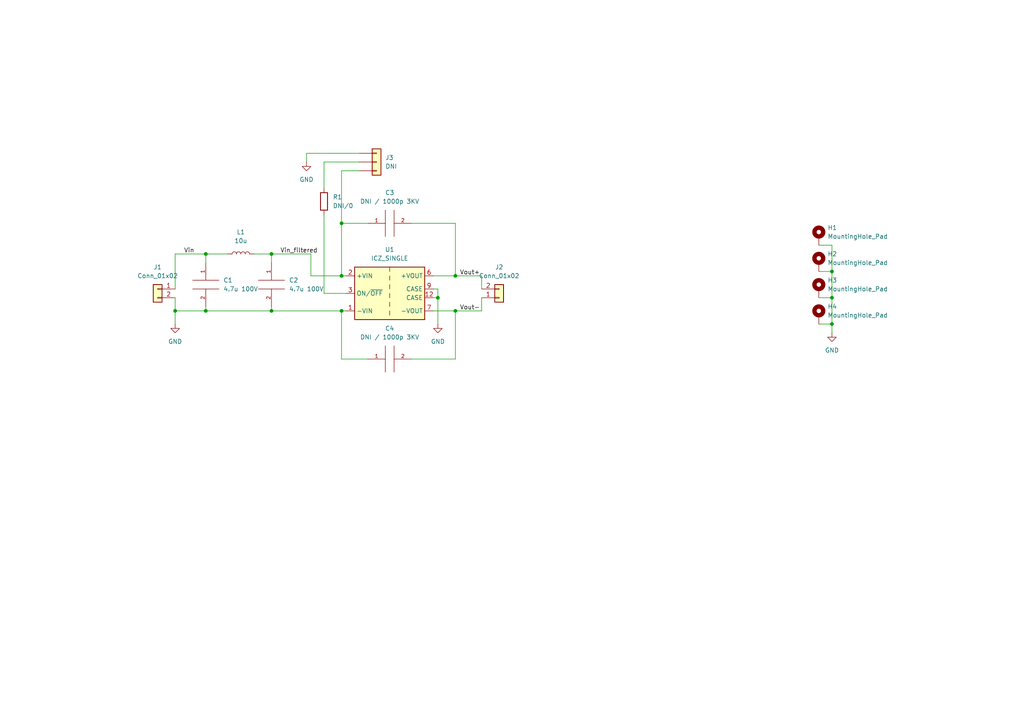
<source format=kicad_sch>
(kicad_sch (version 20211123) (generator eeschema)
  (paper "A4")
  (lib_symbols
    (symbol "Connector_Generic:Conn_01x02" (pin_names (offset 1.016) hide)
      (property "Reference" "J" (at 0 2.54 0))
      (property "Value" "Conn_01x02" (at 0 -5.08 0))
      (symbol "Conn_01x02_1_1"
        (rectangle (start -1.27 -2.413) (end 0 -2.667) (stroke (width 0.1524)))
        (rectangle (start -1.27 0.127) (end 0 -0.127) (stroke (width 0.1524)))
        (rectangle (start -1.27 1.27) (end 1.27 -3.81) (stroke (width 0.254)) (fill (type background)))
        (pin passive line (at -5.08 0 0) (length 3.81) (name "Pin_1") (number "1"))
        (pin passive line (at -5.08 -2.54 0) (length 3.81) (name "Pin_2") (number "2"))
      )
    )
    (symbol "Connector_Generic:Conn_01x03" (pin_numbers hide) (pin_names (offset 1.016) hide)
      (property "Reference" "J" (at 0 5.08 0))
      (property "Value" "Conn_01x03" (at 0 -5.08 0))
      (symbol "Conn_01x03_1_1"
        (rectangle (start -1.27 -2.413) (end 0 -2.667) (stroke (width 0.1524)))
        (rectangle (start -1.27 0.127) (end 0 -0.127) (stroke (width 0.1524)))
        (rectangle (start -1.27 2.667) (end 0 2.413) (stroke (width 0.1524)))
        (rectangle (start -1.27 3.81) (end 1.27 -3.81) (stroke (width 0.254)) (fill (type background)))
        (pin passive line (at -5.08 2.54 0) (length 3.81) (name "Pin_1") (number "1"))
        (pin passive line (at -5.08 0 0) (length 3.81) (name "Pin_2") (number "2"))
        (pin passive line (at -5.08 -2.54 0) (length 3.81) (name "Pin_3") (number "3"))
      )
    )
    (symbol "Device:L" (pin_numbers hide) (pin_names (offset 1.016) hide)
      (property "Reference" "L" (at -1.27 0 90))
      (property "Value" "L" (at 1.905 0 90))
      (symbol "L_0_1"
        (arc (start 0 -2.54) (mid 0.635 -1.905) (end 0 -1.27))
        (arc (start 0 -1.27) (mid 0.635 -0.635) (end 0 0))
        (arc (start 0 0) (mid 0.635 0.635) (end 0 1.27))
        (arc (start 0 1.27) (mid 0.635 1.905) (end 0 2.54))
      )
      (symbol "L_1_1"
        (pin passive line (at 0 3.81 270) (length 1.27) (name "1") (number "1"))
        (pin passive line (at 0 -3.81 90) (length 1.27) (name "2") (number "2"))
      )
    )
    (symbol "Device:R" (pin_numbers hide) (pin_names (offset 0))
      (property "Reference" "R" (at 2.032 0 90))
      (property "Value" "R" (at 0 0 90))
      (symbol "R_0_1"
        (rectangle (start -1.016 -2.54) (end 1.016 2.54) (stroke (width 0.254)))
      )
      (symbol "R_1_1"
        (pin passive line (at 0 3.81 270) (length 1.27) (name "~") (number "1"))
        (pin passive line (at 0 -3.81 90) (length 1.27) (name "~") (number "2"))
      )
    )
    (symbol "Mechanical:MountingHole_Pad" (pin_numbers hide) (pin_names (offset 1.016) hide)
      (property "Reference" "H" (at 0 6.35 0))
      (property "Value" "MountingHole_Pad" (at 0 4.445 0))
      (symbol "MountingHole_Pad_0_1"
        (circle (center 0 1.27) (radius 1.27) (stroke (width 1.27)))
      )
      (symbol "MountingHole_Pad_1_1"
        (pin input line (at 0 -2.54 90) (length 2.54) (name "1") (number "1"))
      )
    )
    (symbol "ch:ICZ_SINGLE"
      (property "Reference" "U" (at -8.89 8.89 0))
      (property "Value" "ICZ_SINGLE" (at 10.16 8.89 0))
      (symbol "ICZ_SINGLE_0_1"
        (rectangle (start -10.16 7.62) (end 10.16 -7.62) (stroke (width 0.254)) (fill (type background)))
        (polyline (pts (xy 0 -5.08) (xy 0 -6.35)))
        (polyline (pts (xy 0 -2.54) (xy 0 -3.81)))
        (polyline (pts (xy 0 0) (xy 0 -1.27)))
        (polyline (pts (xy 0 2.54) (xy 0 1.27)))
        (polyline (pts (xy 0 5.08) (xy 0 3.81)))
        (polyline (pts (xy 0 7.62) (xy 0 6.35)))
      )
      (symbol "ICZ_SINGLE_1_1"
        (pin power_in line (at -12.7 -5.08 0) (length 2.54) (name "-VIN") (number "1"))
        (pin passive line (at 12.7 -1.27 180) (length 2.54) (name "CASE") (number "12"))
        (pin power_in line (at -12.7 5.08 0) (length 2.54) (name "+VIN") (number "2"))
        (pin input line (at -12.7 0 0) (length 2.54) (name "ON/~{OFF}") (number "3"))
        (pin power_out line (at 12.7 5.08 180) (length 2.54) (name "+VOUT") (number "6"))
        (pin power_out line (at 12.7 -5.08 180) (length 2.54) (name "-VOUT") (number "7"))
        (pin no_connect line (at 2.54 -6.35 180) (length 2.54) hide (name "NC") (number "8"))
        (pin passive line (at 12.7 1.27 180) (length 2.54) (name "CASE") (number "9"))
      )
    )
    (symbol "power:GND" (power) (pin_names (offset 0))
      (property "Value" "GND" (at 0 -3.81 0))
      (symbol "GND_0_1"
        (polyline (pts (xy 0 0) (xy 0 -1.27) (xy 1.27 -1.27) (xy 0 -2.54) (xy -1.27 -1.27) (xy 0 -1.27)))
      )
      (symbol "GND_1_1"
        (pin power_in line (at 0 0 270) (length 0) hide (name "GND") (number "1"))
      )
    )
    (symbol "pspice:C" (pin_names (offset 0.254))
      (property "Reference" "C" (at 2.54 3.81 90))
      (property "Value" "C" (at 2.54 -3.81 90))
      (symbol "C_0_1"
        (polyline (pts (xy -3.81 -1.27) (xy 3.81 -1.27)))
        (polyline (pts (xy -3.81 1.27) (xy 3.81 1.27)))
      )
      (symbol "C_1_1"
        (pin passive line (at 0 6.35 270) (length 5.08) (name "~") (number "1"))
        (pin passive line (at 0 -6.35 90) (length 5.08) (name "~") (number "2"))
      )
    )
  )
  (junction (at 99.06 90.17))
  (junction (at 127 86.36))
  (junction (at 99.06 80.01))
  (junction (at 78.74 73.66))
  (junction (at 59.69 73.66))
  (junction (at 99.06 64.77))
  (junction (at 50.8 90.17))
  (junction (at 241.3 78.74))
  (junction (at 132.08 80.01))
  (junction (at 132.08 90.17))
  (junction (at 241.3 86.36))
  (junction (at 241.3 93.98))
  (junction (at 59.69 90.17))
  (junction (at 78.74 90.17))
  (wire (pts (xy 73.66 73.66) (xy 78.74 73.66)))
  (wire (pts (xy 119.38 104.14) (xy 132.08 104.14)))
  (wire (pts (xy 132.08 104.14) (xy 132.08 90.17)))
  (wire (pts (xy 99.06 64.77) (xy 99.06 80.01)))
  (wire (pts (xy 50.8 90.17) (xy 50.8 93.98)))
  (wire (pts (xy 132.08 64.77) (xy 132.08 80.01)))
  (wire (pts (xy 132.08 90.17) (xy 139.7 90.17)))
  (wire (pts (xy 241.3 93.98) (xy 241.3 96.52)))
  (wire (pts (xy 99.06 49.53) (xy 104.14 49.53)))
  (wire (pts (xy 99.06 80.01) (xy 90.17 80.01)))
  (wire (pts (xy 125.73 90.17) (xy 132.08 90.17)))
  (wire (pts (xy 59.69 88.9) (xy 59.69 90.17)))
  (wire (pts (xy 119.38 64.77) (xy 132.08 64.77)))
  (wire (pts (xy 59.69 73.66) (xy 59.69 76.2)))
  (wire (pts (xy 100.33 90.17) (xy 99.06 90.17)))
  (wire (pts (xy 125.73 80.01) (xy 132.08 80.01)))
  (wire (pts (xy 93.98 46.99) (xy 93.98 54.61)))
  (wire (pts (xy 93.98 62.23) (xy 93.98 85.09)))
  (wire (pts (xy 78.74 90.17) (xy 99.06 90.17)))
  (wire (pts (xy 90.17 80.01) (xy 90.17 73.66)))
  (wire (pts (xy 99.06 104.14) (xy 99.06 90.17)))
  (wire (pts (xy 241.3 93.98) (xy 237.49 93.98)))
  (wire (pts (xy 93.98 46.99) (xy 104.14 46.99)))
  (wire (pts (xy 241.3 71.12) (xy 241.3 78.74)))
  (wire (pts (xy 93.98 85.09) (xy 100.33 85.09)))
  (wire (pts (xy 50.8 73.66) (xy 50.8 83.82)))
  (wire (pts (xy 125.73 86.36) (xy 127 86.36)))
  (wire (pts (xy 106.68 104.14) (xy 99.06 104.14)))
  (wire (pts (xy 99.06 49.53) (xy 99.06 64.77)))
  (wire (pts (xy 237.49 86.36) (xy 241.3 86.36)))
  (wire (pts (xy 127 93.98) (xy 127 86.36)))
  (wire (pts (xy 241.3 78.74) (xy 241.3 86.36)))
  (wire (pts (xy 132.08 80.01) (xy 139.7 80.01)))
  (wire (pts (xy 78.74 90.17) (xy 59.69 90.17)))
  (wire (pts (xy 78.74 73.66) (xy 78.74 76.2)))
  (wire (pts (xy 78.74 73.66) (xy 90.17 73.66)))
  (wire (pts (xy 127 86.36) (xy 127 83.82)))
  (wire (pts (xy 88.9 44.45) (xy 88.9 46.99)))
  (wire (pts (xy 99.06 80.01) (xy 100.33 80.01)))
  (wire (pts (xy 139.7 80.01) (xy 139.7 83.82)))
  (wire (pts (xy 127 83.82) (xy 125.73 83.82)))
  (wire (pts (xy 59.69 73.66) (xy 50.8 73.66)))
  (wire (pts (xy 237.49 78.74) (xy 241.3 78.74)))
  (wire (pts (xy 237.49 71.12) (xy 241.3 71.12)))
  (wire (pts (xy 99.06 64.77) (xy 106.68 64.77)))
  (wire (pts (xy 139.7 86.36) (xy 139.7 90.17)))
  (wire (pts (xy 88.9 44.45) (xy 104.14 44.45)))
  (wire (pts (xy 78.74 88.9) (xy 78.74 90.17)))
  (wire (pts (xy 59.69 90.17) (xy 50.8 90.17)))
  (wire (pts (xy 241.3 86.36) (xy 241.3 93.98)))
  (wire (pts (xy 59.69 73.66) (xy 66.04 73.66)))
  (wire (pts (xy 50.8 86.36) (xy 50.8 90.17)))
  (label "Vin" (at 53.34 73.66 0))
  (label "Vin_filtered" (at 81.28 73.66 0))
  (label "Vout+" (at 133.35 80.01 0))
  (label "Vout-" (at 133.35 90.17 0))
  (symbol (lib_id "Connector_Generic:Conn_01x03") (at 109.22 46.99 0) (unit 1)
    (property "Reference" "J3" (at 111.76 45.7199 0) (effects (justify left)))
    (property "Value" "DNI" (at 111.76 48.2599 0) (effects (justify left)))
    (property "Footprint" "Connector_PinHeader_2.54mm:PinHeader_1x03_P2.54mm_Vertical" (effects hide))
  )
  (symbol (lib_id "pspice:C") (at 59.69 82.55 0) (unit 1)
    (property "Reference" "C1" (at 64.77 81.2799 0) (effects (justify left)))
    (property "Value" "4.7u 100V" (at 64.77 83.8199 0) (effects (justify left)))
    (property "Footprint" "Capacitor_SMD:C_1210_3225Metric_Pad1.33x2.70mm_HandSolder" (effects hide))
  )
  (symbol (lib_id "Device:R") (at 93.98 58.42 0) (unit 1)
    (property "Reference" "R1" (at 96.52 57.1499 0) (effects (justify left)))
    (property "Value" "DNI/0" (at 96.52 59.6899 0) (effects (justify left)))
    (property "Footprint" "Resistor_SMD:R_0805_2012Metric_Pad1.20x1.40mm_HandSolder" (effects hide))
  )
  (symbol (lib_id "Connector_Generic:Conn_01x02") (at 45.72 83.82 0) (mirror y) (unit 1)
    (property "Reference" "J1" (at 45.72 77.47 0))
    (property "Value" "Conn_01x02" (at 45.72 80.01 0))
    (property "Footprint" "TerminalBlock:TerminalBlock_bornier-2_P5.08mm" (effects hide))
  )
  (symbol (lib_id "Mechanical:MountingHole_Pad") (at 237.49 83.82 0) (unit 1)
    (property "Reference" "H3" (at 240.03 81.2799 0) (effects (justify left)))
    (property "Value" "MountingHole_Pad" (at 240.03 83.8199 0) (effects (justify left)))
    (property "Footprint" "MountingHole:MountingHole_3mm_Pad" (effects hide))
  )
  (symbol (lib_id "ch:ICZ_SINGLE") (at 113.03 85.09 0) (unit 1)
    (property "Reference" "U1" (at 113.03 72.39 0))
    (property "Value" "ICZ_SINGLE" (at 113.03 74.93 0))
    (property "Footprint" "ch:CONV_ICZ0912S12" (effects hide))
    (property "Datasheet" "https://www.xppower.com/portals/0/pdfs/SF_ICZ09.pdf" (effects hide))
  )
  (symbol (lib_id "pspice:C") (at 113.03 64.77 90) (unit 1)
    (property "Reference" "C3" (at 113.03 55.88 90))
    (property "Value" "DNI / 1000p 3KV" (at 113.03 58.42 90))
    (property "Footprint" "Capacitor_SMD:C_1812_4532Metric_Pad1.57x3.40mm_HandSolder" (effects hide))
  )
  (symbol (lib_id "Mechanical:MountingHole_Pad") (at 237.49 68.58 0) (unit 1)
    (property "Reference" "H1" (at 240.03 66.0399 0) (effects (justify left)))
    (property "Value" "MountingHole_Pad" (at 240.03 68.5799 0) (effects (justify left)))
    (property "Footprint" "MountingHole:MountingHole_3mm_Pad" (effects hide))
  )
  (symbol (lib_id "Mechanical:MountingHole_Pad") (at 237.49 91.44 0) (unit 1)
    (property "Reference" "H4" (at 240.03 88.8999 0) (effects (justify left)))
    (property "Value" "MountingHole_Pad" (at 240.03 91.4399 0) (effects (justify left)))
    (property "Footprint" "MountingHole:MountingHole_3mm_Pad" (effects hide))
  )
  (symbol (lib_id "Mechanical:MountingHole_Pad") (at 237.49 76.2 0) (unit 1)
    (property "Reference" "H2" (at 240.03 73.6599 0) (effects (justify left)))
    (property "Value" "MountingHole_Pad" (at 240.03 76.1999 0) (effects (justify left)))
    (property "Footprint" "MountingHole:MountingHole_3mm_Pad" (effects hide))
  )
  (symbol (lib_id "power:GND") (at 241.3 96.52 0) (unit 1)
    (property "Reference" "#PWR0102" (effects hide))
    (property "Value" "GND" (at 241.3 101.6 0))
  )
  (symbol (lib_id "pspice:C") (at 113.03 104.14 90) (unit 1)
    (property "Reference" "C4" (at 113.03 95.25 90))
    (property "Value" "DNI / 1000p 3KV" (at 113.03 97.79 90))
    (property "Footprint" "Capacitor_SMD:C_1812_4532Metric_Pad1.57x3.40mm_HandSolder" (effects hide))
  )
  (symbol (lib_id "power:GND") (at 50.8 93.98 0) (unit 1)
    (property "Reference" "#PWR0101" (effects hide))
    (property "Value" "GND" (at 50.8 99.06 0))
  )
  (symbol (lib_id "Device:L") (at 69.85 73.66 90) (unit 1)
    (property "Reference" "L1" (at 69.85 67.31 90))
    (property "Value" "10u" (at 69.85 69.85 90))
    (property "Footprint" "Inductor_SMD:L_Taiyo-Yuden_NR-60xx_HandSoldering" (effects hide))
  )
  (symbol (lib_id "pspice:C") (at 78.74 82.55 0) (unit 1)
    (property "Reference" "C2" (at 83.82 81.2799 0) (effects (justify left)))
    (property "Value" "4.7u 100V" (at 83.82 83.8199 0) (effects (justify left)))
    (property "Footprint" "Capacitor_SMD:C_1210_3225Metric_Pad1.33x2.70mm_HandSolder" (effects hide))
  )
  (symbol (lib_id "power:GND") (at 88.9 46.99 0) (unit 1)
    (property "Reference" "#PWR0103" (effects hide))
    (property "Value" "GND" (at 88.9 52.07 0))
  )
  (symbol (lib_id "Connector_Generic:Conn_01x02") (at 144.78 86.36 0) (mirror x) (unit 1)
    (property "Reference" "J2" (at 144.78 77.47 0))
    (property "Value" "Conn_01x02" (at 144.78 80.01 0))
    (property "Footprint" "TerminalBlock:TerminalBlock_bornier-2_P5.08mm" (effects hide))
  )
  (symbol (lib_id "power:GND") (at 127 93.98 0) (unit 1)
    (property "Reference" "#PWR0104" (effects hide))
    (property "Value" "GND" (at 127 99.06 0))
  )
)
</source>
